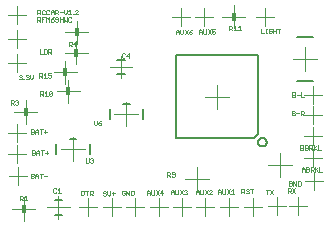
<source format=gto>
G75*
%MOIN*%
%OFA0B0*%
%FSLAX25Y25*%
%IPPOS*%
%LPD*%
%AMOC8*
5,1,8,0,0,1.08239X$1,22.5*
%
%ADD10C,0.00100*%
%ADD11R,0.01800X0.03000*%
%ADD12C,0.00000*%
%ADD13C,0.00600*%
%ADD14C,0.00800*%
D10*
X0007036Y0011076D02*
X0007036Y0012577D01*
X0007787Y0012577D01*
X0008037Y0012327D01*
X0008037Y0011827D01*
X0007787Y0011576D01*
X0007036Y0011576D01*
X0007537Y0011576D02*
X0008037Y0011076D01*
X0008509Y0011076D02*
X0009510Y0011076D01*
X0009010Y0011076D02*
X0009010Y0012577D01*
X0008509Y0012077D01*
X0010779Y0018489D02*
X0011530Y0018489D01*
X0011780Y0018739D01*
X0011780Y0018989D01*
X0011530Y0019239D01*
X0010779Y0019239D01*
X0010779Y0018489D02*
X0010779Y0019990D01*
X0011530Y0019990D01*
X0011780Y0019740D01*
X0011780Y0019490D01*
X0011530Y0019239D01*
X0012253Y0019239D02*
X0013254Y0019239D01*
X0013254Y0019490D02*
X0013254Y0018489D01*
X0014226Y0018489D02*
X0014226Y0019990D01*
X0013726Y0019990D02*
X0014727Y0019990D01*
X0015199Y0019239D02*
X0016200Y0019239D01*
X0013254Y0019490D02*
X0012753Y0019990D01*
X0012253Y0019490D01*
X0012253Y0018489D01*
X0018309Y0014887D02*
X0018309Y0013887D01*
X0018559Y0013636D01*
X0019059Y0013636D01*
X0019309Y0013887D01*
X0019782Y0013636D02*
X0020783Y0013636D01*
X0020282Y0013636D02*
X0020282Y0015138D01*
X0019782Y0014637D01*
X0019309Y0014887D02*
X0019059Y0015138D01*
X0018559Y0015138D01*
X0018309Y0014887D01*
X0027470Y0014327D02*
X0027470Y0012825D01*
X0028220Y0012825D01*
X0028470Y0013076D01*
X0028470Y0014076D01*
X0028220Y0014327D01*
X0027470Y0014327D01*
X0028943Y0014327D02*
X0029944Y0014327D01*
X0030416Y0014327D02*
X0031167Y0014327D01*
X0031417Y0014076D01*
X0031417Y0013576D01*
X0031167Y0013326D01*
X0030416Y0013326D01*
X0030916Y0013326D02*
X0031417Y0012825D01*
X0030416Y0012825D02*
X0030416Y0014327D01*
X0029443Y0014327D02*
X0029443Y0012825D01*
X0034798Y0012902D02*
X0035049Y0012652D01*
X0035549Y0012652D01*
X0035799Y0012902D01*
X0035799Y0013153D01*
X0035549Y0013403D01*
X0035049Y0013403D01*
X0034798Y0013653D01*
X0034798Y0013903D01*
X0035049Y0014153D01*
X0035549Y0014153D01*
X0035799Y0013903D01*
X0036272Y0014153D02*
X0036272Y0013153D01*
X0036772Y0012652D01*
X0037273Y0013153D01*
X0037273Y0014153D01*
X0037745Y0013403D02*
X0038746Y0013403D01*
X0038245Y0013903D02*
X0038245Y0012902D01*
X0041171Y0013076D02*
X0041421Y0012825D01*
X0041921Y0012825D01*
X0042172Y0013076D01*
X0042172Y0013576D01*
X0041671Y0013576D01*
X0041171Y0014076D02*
X0041171Y0013076D01*
X0041171Y0014076D02*
X0041421Y0014327D01*
X0041921Y0014327D01*
X0042172Y0014076D01*
X0042644Y0014327D02*
X0043645Y0012825D01*
X0043645Y0014327D01*
X0044117Y0014327D02*
X0044868Y0014327D01*
X0045118Y0014076D01*
X0045118Y0013076D01*
X0044868Y0012825D01*
X0044117Y0012825D01*
X0044117Y0014327D01*
X0042644Y0014327D02*
X0042644Y0012825D01*
X0049456Y0012965D02*
X0049456Y0013966D01*
X0049957Y0014467D01*
X0050457Y0013966D01*
X0050457Y0012965D01*
X0050929Y0013216D02*
X0051180Y0012965D01*
X0051680Y0012965D01*
X0051930Y0013216D01*
X0051930Y0014467D01*
X0052403Y0014467D02*
X0053404Y0012965D01*
X0053876Y0013716D02*
X0054877Y0013716D01*
X0054627Y0012965D02*
X0054627Y0014467D01*
X0053876Y0013716D01*
X0053404Y0014467D02*
X0052403Y0012965D01*
X0050929Y0013216D02*
X0050929Y0014467D01*
X0050457Y0013716D02*
X0049456Y0013716D01*
X0057445Y0013873D02*
X0058446Y0013873D01*
X0058446Y0014123D02*
X0058446Y0013122D01*
X0058918Y0013372D02*
X0059168Y0013122D01*
X0059669Y0013122D01*
X0059919Y0013372D01*
X0059919Y0014623D01*
X0060391Y0014623D02*
X0061392Y0013122D01*
X0061865Y0013372D02*
X0062115Y0013122D01*
X0062615Y0013122D01*
X0062865Y0013372D01*
X0062865Y0013623D01*
X0062615Y0013873D01*
X0062365Y0013873D01*
X0062615Y0013873D02*
X0062865Y0014123D01*
X0062865Y0014373D01*
X0062615Y0014623D01*
X0062115Y0014623D01*
X0061865Y0014373D01*
X0061392Y0014623D02*
X0060391Y0013122D01*
X0058918Y0013372D02*
X0058918Y0014623D01*
X0058446Y0014123D02*
X0057945Y0014623D01*
X0057445Y0014123D01*
X0057445Y0013122D01*
X0057177Y0019052D02*
X0056677Y0019552D01*
X0056927Y0019552D02*
X0056177Y0019552D01*
X0056177Y0019052D02*
X0056177Y0020553D01*
X0056927Y0020553D01*
X0057177Y0020303D01*
X0057177Y0019802D01*
X0056927Y0019552D01*
X0057650Y0019302D02*
X0057900Y0019052D01*
X0058400Y0019052D01*
X0058651Y0019302D01*
X0058651Y0020303D01*
X0058400Y0020553D01*
X0057900Y0020553D01*
X0057650Y0020303D01*
X0057650Y0020052D01*
X0057900Y0019802D01*
X0058651Y0019802D01*
X0065747Y0014123D02*
X0066247Y0014623D01*
X0066748Y0014123D01*
X0066748Y0013122D01*
X0067220Y0013372D02*
X0067470Y0013122D01*
X0067971Y0013122D01*
X0068221Y0013372D01*
X0068221Y0014623D01*
X0068693Y0014623D02*
X0069694Y0013122D01*
X0070167Y0013122D02*
X0071167Y0014123D01*
X0071167Y0014373D01*
X0070917Y0014623D01*
X0070417Y0014623D01*
X0070167Y0014373D01*
X0069694Y0014623D02*
X0068693Y0013122D01*
X0070167Y0013122D02*
X0071167Y0013122D01*
X0073109Y0013279D02*
X0073109Y0014280D01*
X0073609Y0014780D01*
X0074110Y0014280D01*
X0074110Y0013279D01*
X0074582Y0013529D02*
X0074832Y0013279D01*
X0075333Y0013279D01*
X0075583Y0013529D01*
X0075583Y0014780D01*
X0076055Y0014780D02*
X0077056Y0013279D01*
X0077529Y0013279D02*
X0078530Y0013279D01*
X0078029Y0013279D02*
X0078029Y0014780D01*
X0077529Y0014280D01*
X0077056Y0014780D02*
X0076055Y0013279D01*
X0074582Y0013529D02*
X0074582Y0014780D01*
X0074110Y0014030D02*
X0073109Y0014030D01*
X0067220Y0014623D02*
X0067220Y0013372D01*
X0066748Y0013873D02*
X0065747Y0013873D01*
X0065747Y0014123D02*
X0065747Y0013122D01*
X0080941Y0013436D02*
X0080941Y0014937D01*
X0081692Y0014937D01*
X0081942Y0014687D01*
X0081942Y0014186D01*
X0081692Y0013936D01*
X0080941Y0013936D01*
X0081441Y0013936D02*
X0081942Y0013436D01*
X0082414Y0013686D02*
X0082664Y0013436D01*
X0083165Y0013436D01*
X0083415Y0013686D01*
X0083415Y0013936D01*
X0083165Y0014186D01*
X0082664Y0014186D01*
X0082414Y0014436D01*
X0082414Y0014687D01*
X0082664Y0014937D01*
X0083165Y0014937D01*
X0083415Y0014687D01*
X0083888Y0014937D02*
X0084888Y0014937D01*
X0084388Y0014937D02*
X0084388Y0013436D01*
X0089086Y0014623D02*
X0090087Y0014623D01*
X0090560Y0014623D02*
X0091560Y0013122D01*
X0090560Y0013122D02*
X0091560Y0014623D01*
X0089587Y0014623D02*
X0089587Y0013122D01*
X0096448Y0013592D02*
X0096448Y0015094D01*
X0097199Y0015094D01*
X0097449Y0014843D01*
X0097449Y0014343D01*
X0097199Y0014093D01*
X0096448Y0014093D01*
X0096949Y0014093D02*
X0097449Y0013592D01*
X0097922Y0013592D02*
X0098923Y0015094D01*
X0097922Y0015094D02*
X0098923Y0013592D01*
X0099205Y0016059D02*
X0099205Y0017560D01*
X0099678Y0017560D02*
X0100428Y0017560D01*
X0100679Y0017310D01*
X0100679Y0016309D01*
X0100428Y0016059D01*
X0099678Y0016059D01*
X0099678Y0017560D01*
X0098204Y0017560D02*
X0099205Y0016059D01*
X0098204Y0016059D02*
X0098204Y0017560D01*
X0097732Y0017310D02*
X0097482Y0017560D01*
X0096981Y0017560D01*
X0096731Y0017310D01*
X0096731Y0016309D01*
X0096981Y0016059D01*
X0097482Y0016059D01*
X0097732Y0016309D01*
X0097732Y0016810D01*
X0097232Y0016810D01*
X0101077Y0020666D02*
X0101077Y0021667D01*
X0101577Y0022167D01*
X0102078Y0021667D01*
X0102078Y0020666D01*
X0102550Y0020666D02*
X0103301Y0020666D01*
X0103551Y0020916D01*
X0103551Y0021166D01*
X0103301Y0021416D01*
X0102550Y0021416D01*
X0102078Y0021416D02*
X0101077Y0021416D01*
X0102550Y0020666D02*
X0102550Y0022167D01*
X0103301Y0022167D01*
X0103551Y0021917D01*
X0103551Y0021667D01*
X0103301Y0021416D01*
X0104023Y0021166D02*
X0104774Y0021166D01*
X0105024Y0021416D01*
X0105024Y0021917D01*
X0104774Y0022167D01*
X0104023Y0022167D01*
X0104023Y0020666D01*
X0104524Y0021166D02*
X0105024Y0020666D01*
X0105497Y0020666D02*
X0105497Y0022167D01*
X0105747Y0021416D02*
X0106498Y0020666D01*
X0106970Y0020666D02*
X0107971Y0020666D01*
X0106970Y0020666D02*
X0106970Y0022167D01*
X0106498Y0022167D02*
X0105497Y0021166D01*
X0105064Y0027938D02*
X0105064Y0029439D01*
X0104591Y0029189D02*
X0104591Y0028689D01*
X0104341Y0028438D01*
X0103590Y0028438D01*
X0103118Y0028438D02*
X0103118Y0028188D01*
X0102868Y0027938D01*
X0102117Y0027938D01*
X0102117Y0029439D01*
X0102868Y0029439D01*
X0103118Y0029189D01*
X0103118Y0028939D01*
X0102868Y0028689D01*
X0102117Y0028689D01*
X0101645Y0028939D02*
X0101645Y0029189D01*
X0101394Y0029439D01*
X0100644Y0029439D01*
X0100644Y0027938D01*
X0101394Y0027938D01*
X0101645Y0028188D01*
X0101645Y0028438D01*
X0101394Y0028689D01*
X0100644Y0028689D01*
X0101394Y0028689D02*
X0101645Y0028939D01*
X0102868Y0028689D02*
X0103118Y0028438D01*
X0103590Y0027938D02*
X0103590Y0029439D01*
X0104341Y0029439D01*
X0104591Y0029189D01*
X0105314Y0028689D02*
X0106064Y0027938D01*
X0106537Y0027938D02*
X0107538Y0027938D01*
X0106537Y0027938D02*
X0106537Y0029439D01*
X0106064Y0029439D02*
X0105064Y0028438D01*
X0104591Y0027938D02*
X0104091Y0028438D01*
X0101704Y0039447D02*
X0101203Y0039948D01*
X0101454Y0039948D02*
X0100703Y0039948D01*
X0100703Y0039447D02*
X0100703Y0040949D01*
X0101454Y0040949D01*
X0101704Y0040698D01*
X0101704Y0040198D01*
X0101454Y0039948D01*
X0100231Y0040198D02*
X0099230Y0040198D01*
X0098757Y0040448D02*
X0098507Y0040198D01*
X0097756Y0040198D01*
X0097756Y0040949D02*
X0098507Y0040949D01*
X0098757Y0040698D01*
X0098757Y0040448D01*
X0098507Y0040198D02*
X0098757Y0039948D01*
X0098757Y0039698D01*
X0098507Y0039447D01*
X0097756Y0039447D01*
X0097756Y0040949D01*
X0097971Y0045570D02*
X0098722Y0045570D01*
X0098972Y0045820D01*
X0098972Y0046070D01*
X0098722Y0046321D01*
X0097971Y0046321D01*
X0097971Y0047071D02*
X0098722Y0047071D01*
X0098972Y0046821D01*
X0098972Y0046571D01*
X0098722Y0046321D01*
X0099444Y0046321D02*
X0100445Y0046321D01*
X0100918Y0047071D02*
X0100918Y0045570D01*
X0101918Y0045570D01*
X0097971Y0045570D02*
X0097971Y0047071D01*
X0093455Y0066854D02*
X0093455Y0068355D01*
X0092955Y0068355D02*
X0093955Y0068355D01*
X0092482Y0068355D02*
X0092482Y0066854D01*
X0092482Y0067604D02*
X0091481Y0067604D01*
X0091009Y0067604D02*
X0090508Y0067604D01*
X0091009Y0067604D02*
X0091009Y0067104D01*
X0090759Y0066854D01*
X0090258Y0066854D01*
X0090008Y0067104D01*
X0090008Y0068105D01*
X0090258Y0068355D01*
X0090759Y0068355D01*
X0091009Y0068105D01*
X0091481Y0068355D02*
X0091481Y0066854D01*
X0089526Y0066854D02*
X0089026Y0066854D01*
X0089276Y0066854D02*
X0089276Y0068355D01*
X0089026Y0068355D02*
X0089526Y0068355D01*
X0088553Y0066854D02*
X0087553Y0066854D01*
X0087553Y0068355D01*
X0080817Y0067806D02*
X0079816Y0067806D01*
X0079344Y0067806D02*
X0078343Y0067806D01*
X0077870Y0067806D02*
X0077370Y0068306D01*
X0077620Y0068306D02*
X0076870Y0068306D01*
X0076870Y0067806D02*
X0076870Y0069307D01*
X0077620Y0069307D01*
X0077870Y0069057D01*
X0077870Y0068556D01*
X0077620Y0068306D01*
X0078343Y0068807D02*
X0078843Y0069307D01*
X0078843Y0067806D01*
X0079816Y0068807D02*
X0080317Y0069307D01*
X0080317Y0067806D01*
X0072192Y0068132D02*
X0071191Y0068132D01*
X0071191Y0067382D01*
X0071691Y0067632D01*
X0071941Y0067632D01*
X0072192Y0067382D01*
X0072192Y0066881D01*
X0071941Y0066631D01*
X0071441Y0066631D01*
X0071191Y0066881D01*
X0070718Y0066631D02*
X0069717Y0068132D01*
X0069245Y0068132D02*
X0069245Y0066881D01*
X0068995Y0066631D01*
X0068494Y0066631D01*
X0068244Y0066881D01*
X0068244Y0068132D01*
X0067772Y0067632D02*
X0067772Y0066631D01*
X0067772Y0067382D02*
X0066771Y0067382D01*
X0066771Y0067632D02*
X0066771Y0066631D01*
X0066771Y0067632D02*
X0067271Y0068132D01*
X0067772Y0067632D01*
X0069717Y0066631D02*
X0070718Y0068132D01*
X0064488Y0068004D02*
X0063987Y0067754D01*
X0063487Y0067253D01*
X0064238Y0067253D01*
X0064488Y0067003D01*
X0064488Y0066753D01*
X0064238Y0066503D01*
X0063737Y0066503D01*
X0063487Y0066753D01*
X0063487Y0067253D01*
X0063015Y0066503D02*
X0062014Y0068004D01*
X0061541Y0068004D02*
X0061541Y0066753D01*
X0061291Y0066503D01*
X0060791Y0066503D01*
X0060541Y0066753D01*
X0060541Y0068004D01*
X0060068Y0067504D02*
X0059568Y0068004D01*
X0059067Y0067504D01*
X0059067Y0066503D01*
X0059067Y0067253D02*
X0060068Y0067253D01*
X0060068Y0067504D02*
X0060068Y0066503D01*
X0062014Y0066503D02*
X0063015Y0068004D01*
X0043373Y0060132D02*
X0042623Y0059382D01*
X0043624Y0059382D01*
X0043373Y0060132D02*
X0043373Y0058631D01*
X0042150Y0058881D02*
X0041900Y0058631D01*
X0041400Y0058631D01*
X0041149Y0058881D01*
X0041149Y0059882D01*
X0041400Y0060132D01*
X0041900Y0060132D01*
X0042150Y0059882D01*
X0025853Y0063274D02*
X0024852Y0063274D01*
X0025602Y0064024D01*
X0025602Y0062523D01*
X0024379Y0062523D02*
X0023879Y0063023D01*
X0024129Y0063023D02*
X0023378Y0063023D01*
X0023378Y0062523D02*
X0023378Y0064024D01*
X0024129Y0064024D01*
X0024379Y0063774D01*
X0024379Y0063274D01*
X0024129Y0063023D01*
X0017632Y0061171D02*
X0017632Y0060670D01*
X0017382Y0060420D01*
X0016631Y0060420D01*
X0016631Y0059920D02*
X0016631Y0061421D01*
X0017382Y0061421D01*
X0017632Y0061171D01*
X0017132Y0060420D02*
X0017632Y0059920D01*
X0016159Y0060170D02*
X0016159Y0061171D01*
X0015909Y0061421D01*
X0015158Y0061421D01*
X0015158Y0059920D01*
X0015909Y0059920D01*
X0016159Y0060170D01*
X0014685Y0059920D02*
X0013685Y0059920D01*
X0013685Y0061421D01*
X0013956Y0070717D02*
X0013455Y0071217D01*
X0013705Y0071217D02*
X0012955Y0071217D01*
X0012955Y0070717D02*
X0012955Y0072218D01*
X0013705Y0072218D01*
X0013956Y0071968D01*
X0013956Y0071467D01*
X0013705Y0071217D01*
X0014428Y0071467D02*
X0014928Y0071467D01*
X0014428Y0070717D02*
X0014428Y0072218D01*
X0015429Y0072218D01*
X0015901Y0072218D02*
X0015901Y0070717D01*
X0016902Y0070717D02*
X0016902Y0072218D01*
X0016402Y0071717D01*
X0015901Y0072218D01*
X0016151Y0073117D02*
X0016652Y0073117D01*
X0016902Y0073367D01*
X0017374Y0073117D02*
X0017374Y0074117D01*
X0017875Y0074618D01*
X0018375Y0074117D01*
X0018375Y0073117D01*
X0018848Y0073117D02*
X0018848Y0074618D01*
X0019598Y0074618D01*
X0019849Y0074368D01*
X0019849Y0073867D01*
X0019598Y0073617D01*
X0018848Y0073617D01*
X0019348Y0073617D02*
X0019849Y0073117D01*
X0020321Y0073867D02*
X0021322Y0073867D01*
X0021794Y0073617D02*
X0022295Y0073117D01*
X0022795Y0073617D01*
X0022795Y0074618D01*
X0023267Y0074117D02*
X0023768Y0074618D01*
X0023768Y0073117D01*
X0024268Y0073117D02*
X0023267Y0073117D01*
X0023518Y0072218D02*
X0023267Y0071968D01*
X0023267Y0070967D01*
X0023518Y0070717D01*
X0024018Y0070717D01*
X0024268Y0070967D01*
X0024268Y0071968D02*
X0024018Y0072218D01*
X0023518Y0072218D01*
X0022795Y0072218D02*
X0022795Y0070717D01*
X0022295Y0071217D01*
X0021794Y0070717D01*
X0021794Y0072218D01*
X0021322Y0072218D02*
X0021322Y0070717D01*
X0021322Y0071467D02*
X0020321Y0071467D01*
X0019849Y0071467D02*
X0019098Y0071467D01*
X0018848Y0071717D01*
X0018848Y0071968D01*
X0019098Y0072218D01*
X0019598Y0072218D01*
X0019849Y0071968D01*
X0019849Y0070967D01*
X0019598Y0070717D01*
X0019098Y0070717D01*
X0018848Y0070967D01*
X0018375Y0070967D02*
X0018375Y0071217D01*
X0018125Y0071467D01*
X0017374Y0071467D01*
X0017374Y0070967D01*
X0017625Y0070717D01*
X0018125Y0070717D01*
X0018375Y0070967D01*
X0017875Y0071968D02*
X0017374Y0071467D01*
X0017875Y0071968D02*
X0018375Y0072218D01*
X0018375Y0073867D02*
X0017374Y0073867D01*
X0016902Y0074368D02*
X0016652Y0074618D01*
X0016151Y0074618D01*
X0015901Y0074368D01*
X0015901Y0073367D01*
X0016151Y0073117D01*
X0015429Y0073367D02*
X0015179Y0073117D01*
X0014678Y0073117D01*
X0014428Y0073367D01*
X0014428Y0074368D01*
X0014678Y0074618D01*
X0015179Y0074618D01*
X0015429Y0074368D01*
X0013956Y0074368D02*
X0013956Y0073867D01*
X0013705Y0073617D01*
X0012955Y0073617D01*
X0013455Y0073617D02*
X0013956Y0073117D01*
X0012955Y0073117D02*
X0012955Y0074618D01*
X0013705Y0074618D01*
X0013956Y0074368D01*
X0020321Y0072218D02*
X0020321Y0070717D01*
X0021794Y0073617D02*
X0021794Y0074618D01*
X0024741Y0073367D02*
X0024991Y0073367D01*
X0024991Y0073117D01*
X0024741Y0073117D01*
X0024741Y0073367D01*
X0025477Y0073117D02*
X0026478Y0074117D01*
X0026478Y0074368D01*
X0026228Y0074618D01*
X0025728Y0074618D01*
X0025477Y0074368D01*
X0025477Y0073117D02*
X0026478Y0073117D01*
X0017523Y0053488D02*
X0016522Y0053488D01*
X0016522Y0052737D01*
X0017023Y0052988D01*
X0017273Y0052988D01*
X0017523Y0052737D01*
X0017523Y0052237D01*
X0017273Y0051987D01*
X0016772Y0051987D01*
X0016522Y0052237D01*
X0016050Y0051987D02*
X0015049Y0051987D01*
X0014577Y0051987D02*
X0014076Y0052487D01*
X0014326Y0052487D02*
X0013576Y0052487D01*
X0013576Y0051987D02*
X0013576Y0053488D01*
X0014326Y0053488D01*
X0014577Y0053238D01*
X0014577Y0052737D01*
X0014326Y0052487D01*
X0015049Y0052988D02*
X0015549Y0053488D01*
X0015549Y0051987D01*
X0011481Y0051930D02*
X0010981Y0051430D01*
X0010480Y0051930D01*
X0010480Y0052931D01*
X0010008Y0052681D02*
X0010008Y0052431D01*
X0009758Y0052181D01*
X0010008Y0051930D01*
X0010008Y0051680D01*
X0009758Y0051430D01*
X0009257Y0051430D01*
X0009007Y0051680D01*
X0008521Y0051680D02*
X0008521Y0051430D01*
X0008271Y0051430D01*
X0008271Y0051680D01*
X0008521Y0051680D01*
X0007798Y0051680D02*
X0007548Y0051430D01*
X0007048Y0051430D01*
X0006797Y0051680D01*
X0007298Y0052181D02*
X0007548Y0052181D01*
X0007798Y0051930D01*
X0007798Y0051680D01*
X0007548Y0052181D02*
X0007798Y0052431D01*
X0007798Y0052681D01*
X0007548Y0052931D01*
X0007048Y0052931D01*
X0006797Y0052681D01*
X0009007Y0052681D02*
X0009257Y0052931D01*
X0009758Y0052931D01*
X0010008Y0052681D01*
X0009758Y0052181D02*
X0009508Y0052181D01*
X0011481Y0051930D02*
X0011481Y0052931D01*
X0013900Y0047447D02*
X0014651Y0047447D01*
X0014901Y0047197D01*
X0014901Y0046696D01*
X0014651Y0046446D01*
X0013900Y0046446D01*
X0014400Y0046446D02*
X0014901Y0045946D01*
X0015373Y0045946D02*
X0016374Y0045946D01*
X0015874Y0045946D02*
X0015874Y0047447D01*
X0015373Y0046946D01*
X0016846Y0047197D02*
X0017097Y0047447D01*
X0017597Y0047447D01*
X0017847Y0047197D01*
X0016846Y0046196D01*
X0017097Y0045946D01*
X0017597Y0045946D01*
X0017847Y0046196D01*
X0017847Y0047197D01*
X0016846Y0047197D02*
X0016846Y0046196D01*
X0013900Y0045946D02*
X0013900Y0047447D01*
X0006515Y0044236D02*
X0006515Y0043986D01*
X0006265Y0043736D01*
X0006515Y0043486D01*
X0006515Y0043236D01*
X0006265Y0042985D01*
X0005765Y0042985D01*
X0005514Y0043236D01*
X0005042Y0042985D02*
X0004542Y0043486D01*
X0004792Y0043486D02*
X0004041Y0043486D01*
X0004041Y0042985D02*
X0004041Y0044487D01*
X0004792Y0044487D01*
X0005042Y0044236D01*
X0005042Y0043736D01*
X0004792Y0043486D01*
X0005514Y0044236D02*
X0005765Y0044487D01*
X0006265Y0044487D01*
X0006515Y0044236D01*
X0006265Y0043736D02*
X0006015Y0043736D01*
X0010723Y0034804D02*
X0011474Y0034804D01*
X0011724Y0034554D01*
X0011724Y0034303D01*
X0011474Y0034053D01*
X0010723Y0034053D01*
X0010723Y0033303D02*
X0011474Y0033303D01*
X0011724Y0033553D01*
X0011724Y0033803D01*
X0011474Y0034053D01*
X0012197Y0034053D02*
X0013197Y0034053D01*
X0013197Y0034303D02*
X0013197Y0033303D01*
X0014170Y0033303D02*
X0014170Y0034804D01*
X0013670Y0034804D02*
X0014671Y0034804D01*
X0015143Y0034053D02*
X0016144Y0034053D01*
X0015643Y0033553D02*
X0015643Y0034554D01*
X0013197Y0034303D02*
X0012697Y0034804D01*
X0012197Y0034303D01*
X0012197Y0033303D01*
X0010723Y0033303D02*
X0010723Y0034804D01*
X0011082Y0027794D02*
X0011832Y0027794D01*
X0012083Y0027543D01*
X0012083Y0027293D01*
X0011832Y0027043D01*
X0011082Y0027043D01*
X0011832Y0027043D02*
X0012083Y0026793D01*
X0012083Y0026542D01*
X0011832Y0026292D01*
X0011082Y0026292D01*
X0011082Y0027794D01*
X0012555Y0027293D02*
X0013055Y0027794D01*
X0013556Y0027293D01*
X0013556Y0026292D01*
X0013556Y0027043D02*
X0012555Y0027043D01*
X0012555Y0027293D02*
X0012555Y0026292D01*
X0014529Y0026292D02*
X0014529Y0027794D01*
X0015029Y0027794D02*
X0014028Y0027794D01*
X0015501Y0027043D02*
X0016502Y0027043D01*
X0016002Y0027543D02*
X0016002Y0026542D01*
X0029011Y0025167D02*
X0029011Y0023916D01*
X0029261Y0023666D01*
X0029762Y0023666D01*
X0030012Y0023916D01*
X0030012Y0025167D01*
X0030484Y0024917D02*
X0030734Y0025167D01*
X0031235Y0025167D01*
X0031485Y0024917D01*
X0031485Y0024667D01*
X0031235Y0024417D01*
X0031485Y0024166D01*
X0031485Y0023916D01*
X0031235Y0023666D01*
X0030734Y0023666D01*
X0030484Y0023916D01*
X0030985Y0024417D02*
X0031235Y0024417D01*
X0032040Y0036165D02*
X0032541Y0036165D01*
X0032791Y0036415D01*
X0032791Y0037667D01*
X0033263Y0036916D02*
X0034014Y0036916D01*
X0034264Y0036666D01*
X0034264Y0036415D01*
X0034014Y0036165D01*
X0033514Y0036165D01*
X0033263Y0036415D01*
X0033263Y0036916D01*
X0033764Y0037416D01*
X0034264Y0037667D01*
X0031790Y0037667D02*
X0031790Y0036415D01*
X0032040Y0036165D01*
D11*
X0023259Y0047467D03*
X0022291Y0053851D03*
X0025974Y0060343D03*
X0026060Y0067084D03*
X0009024Y0040535D03*
X0008386Y0008242D03*
X0078321Y0072340D03*
D12*
X0012264Y0008242D02*
X0004508Y0008242D01*
X0008386Y0012119D02*
X0008386Y0004364D01*
X0016204Y0008741D02*
X0023749Y0008741D01*
X0026779Y0009032D02*
X0032786Y0009032D01*
X0034768Y0008927D02*
X0040775Y0008927D01*
X0042399Y0008973D02*
X0048405Y0008973D01*
X0050370Y0008926D02*
X0056376Y0008926D01*
X0058198Y0008926D02*
X0064205Y0008926D01*
X0065896Y0009056D02*
X0071903Y0009056D01*
X0073798Y0009001D02*
X0079805Y0009001D01*
X0081747Y0009033D02*
X0087753Y0009033D01*
X0089822Y0009137D02*
X0095829Y0009137D01*
X0096822Y0009074D02*
X0102829Y0009074D01*
X0099826Y0012077D02*
X0099826Y0006070D01*
X0092826Y0006134D02*
X0092826Y0012140D01*
X0093759Y0018966D02*
X0093759Y0026966D01*
X0089759Y0022966D02*
X0097759Y0022966D01*
X0101734Y0025139D02*
X0107740Y0025139D01*
X0104737Y0022136D02*
X0104737Y0028142D01*
X0104773Y0029464D02*
X0104773Y0035470D01*
X0104773Y0036699D02*
X0104773Y0042705D01*
X0104773Y0043322D02*
X0104773Y0049328D01*
X0101770Y0046325D02*
X0107776Y0046325D01*
X0107776Y0039702D02*
X0101770Y0039702D01*
X0101770Y0032467D02*
X0107776Y0032467D01*
X0105034Y0020652D02*
X0105034Y0014645D01*
X0108037Y0017648D02*
X0102030Y0017648D01*
X0084750Y0012036D02*
X0084750Y0006029D01*
X0076801Y0005997D02*
X0076801Y0012004D01*
X0068899Y0012059D02*
X0068899Y0006053D01*
X0061201Y0005923D02*
X0061201Y0011929D01*
X0066191Y0014085D02*
X0066191Y0022085D01*
X0062191Y0018085D02*
X0070191Y0018085D01*
X0053373Y0011929D02*
X0053373Y0005923D01*
X0045402Y0005970D02*
X0045402Y0011976D01*
X0037771Y0011931D02*
X0037771Y0005924D01*
X0029783Y0006029D02*
X0029783Y0012036D01*
X0019976Y0012513D02*
X0019976Y0004968D01*
X0006475Y0016213D02*
X0006475Y0022219D01*
X0006263Y0023546D02*
X0006263Y0029553D01*
X0006302Y0030523D02*
X0006302Y0036529D01*
X0009024Y0036658D02*
X0009024Y0044413D01*
X0005146Y0040535D02*
X0012902Y0040535D01*
X0009305Y0033526D02*
X0003299Y0033526D01*
X0003260Y0026550D02*
X0009267Y0026550D01*
X0009478Y0019216D02*
X0003472Y0019216D01*
X0020865Y0028321D02*
X0028865Y0028321D01*
X0024865Y0024321D02*
X0024865Y0032321D01*
X0023259Y0043590D02*
X0023259Y0051345D01*
X0022291Y0049974D02*
X0022291Y0057729D01*
X0022097Y0060343D02*
X0029852Y0060343D01*
X0026060Y0063206D02*
X0026060Y0070962D01*
X0022182Y0067084D02*
X0029938Y0067084D01*
X0025974Y0064220D02*
X0025974Y0056465D01*
X0026169Y0053851D02*
X0018413Y0053851D01*
X0019382Y0047467D02*
X0027137Y0047467D01*
X0037055Y0055537D02*
X0044601Y0055537D01*
X0040828Y0051764D02*
X0040828Y0059309D01*
X0057948Y0072277D02*
X0063954Y0072277D01*
X0065400Y0072277D02*
X0071407Y0072277D01*
X0074444Y0072340D02*
X0082199Y0072340D01*
X0085771Y0072325D02*
X0091777Y0072325D01*
X0088774Y0069322D02*
X0088774Y0075328D01*
X0078321Y0076217D02*
X0078321Y0068462D01*
X0068404Y0069274D02*
X0068404Y0075280D01*
X0060951Y0075280D02*
X0060951Y0069274D01*
X0072827Y0049680D02*
X0072827Y0041680D01*
X0068827Y0045680D02*
X0076827Y0045680D01*
X0098145Y0058264D02*
X0106145Y0058264D01*
X0102145Y0054264D02*
X0102145Y0062264D01*
X0046593Y0039937D02*
X0038593Y0039937D01*
X0042593Y0035937D02*
X0042593Y0043937D01*
X0009116Y0056957D02*
X0003109Y0056957D01*
X0006112Y0053954D02*
X0006112Y0059960D01*
X0006180Y0061825D02*
X0006180Y0067832D01*
X0006233Y0069838D02*
X0006233Y0075844D01*
X0003230Y0072841D02*
X0009236Y0072841D01*
X0009183Y0064829D02*
X0003177Y0064829D01*
D13*
X0039647Y0057899D02*
X0042009Y0057899D01*
X0042009Y0053174D02*
X0039647Y0053174D01*
X0059028Y0059480D02*
X0086627Y0059480D01*
X0086627Y0033279D01*
X0085229Y0031881D01*
X0059028Y0031881D01*
X0059028Y0059480D01*
X0086544Y0030550D02*
X0086546Y0030625D01*
X0086552Y0030699D01*
X0086562Y0030773D01*
X0086575Y0030846D01*
X0086593Y0030919D01*
X0086614Y0030990D01*
X0086639Y0031061D01*
X0086668Y0031130D01*
X0086701Y0031197D01*
X0086737Y0031262D01*
X0086776Y0031326D01*
X0086818Y0031387D01*
X0086864Y0031446D01*
X0086913Y0031503D01*
X0086965Y0031556D01*
X0087019Y0031607D01*
X0087076Y0031656D01*
X0087136Y0031700D01*
X0087198Y0031742D01*
X0087262Y0031781D01*
X0087328Y0031816D01*
X0087395Y0031847D01*
X0087465Y0031875D01*
X0087535Y0031899D01*
X0087607Y0031920D01*
X0087680Y0031936D01*
X0087753Y0031949D01*
X0087828Y0031958D01*
X0087902Y0031963D01*
X0087977Y0031964D01*
X0088051Y0031961D01*
X0088126Y0031954D01*
X0088199Y0031943D01*
X0088273Y0031929D01*
X0088345Y0031910D01*
X0088416Y0031888D01*
X0088486Y0031862D01*
X0088555Y0031832D01*
X0088621Y0031799D01*
X0088686Y0031762D01*
X0088749Y0031722D01*
X0088810Y0031678D01*
X0088868Y0031632D01*
X0088924Y0031582D01*
X0088977Y0031530D01*
X0089028Y0031475D01*
X0089075Y0031417D01*
X0089119Y0031357D01*
X0089160Y0031294D01*
X0089198Y0031230D01*
X0089232Y0031164D01*
X0089263Y0031095D01*
X0089290Y0031026D01*
X0089313Y0030955D01*
X0089332Y0030883D01*
X0089348Y0030810D01*
X0089360Y0030736D01*
X0089368Y0030662D01*
X0089372Y0030587D01*
X0089372Y0030513D01*
X0089368Y0030438D01*
X0089360Y0030364D01*
X0089348Y0030290D01*
X0089332Y0030217D01*
X0089313Y0030145D01*
X0089290Y0030074D01*
X0089263Y0030005D01*
X0089232Y0029936D01*
X0089198Y0029870D01*
X0089160Y0029806D01*
X0089119Y0029743D01*
X0089075Y0029683D01*
X0089028Y0029625D01*
X0088977Y0029570D01*
X0088924Y0029518D01*
X0088868Y0029468D01*
X0088810Y0029422D01*
X0088749Y0029378D01*
X0088686Y0029338D01*
X0088621Y0029301D01*
X0088555Y0029268D01*
X0088486Y0029238D01*
X0088416Y0029212D01*
X0088345Y0029190D01*
X0088273Y0029171D01*
X0088199Y0029157D01*
X0088126Y0029146D01*
X0088051Y0029139D01*
X0087977Y0029136D01*
X0087902Y0029137D01*
X0087828Y0029142D01*
X0087753Y0029151D01*
X0087680Y0029164D01*
X0087607Y0029180D01*
X0087535Y0029201D01*
X0087465Y0029225D01*
X0087395Y0029253D01*
X0087328Y0029284D01*
X0087262Y0029319D01*
X0087198Y0029358D01*
X0087136Y0029400D01*
X0087076Y0029444D01*
X0087019Y0029493D01*
X0086965Y0029544D01*
X0086913Y0029597D01*
X0086864Y0029654D01*
X0086818Y0029713D01*
X0086776Y0029774D01*
X0086737Y0029838D01*
X0086701Y0029903D01*
X0086668Y0029970D01*
X0086639Y0030039D01*
X0086614Y0030110D01*
X0086593Y0030181D01*
X0086575Y0030254D01*
X0086562Y0030327D01*
X0086552Y0030401D01*
X0086546Y0030475D01*
X0086544Y0030550D01*
X0021157Y0011103D02*
X0018795Y0011103D01*
X0018795Y0006379D02*
X0021157Y0006379D01*
D14*
X0019265Y0026631D02*
X0019265Y0030012D01*
X0023808Y0031512D02*
X0025922Y0031512D01*
X0030465Y0030012D02*
X0030465Y0026631D01*
X0036993Y0038247D02*
X0036993Y0041628D01*
X0041537Y0043128D02*
X0043650Y0043128D01*
X0048193Y0041628D02*
X0048193Y0038247D01*
X0099546Y0050867D02*
X0104665Y0050867D01*
X0104665Y0065630D02*
X0099546Y0065630D01*
M02*

</source>
